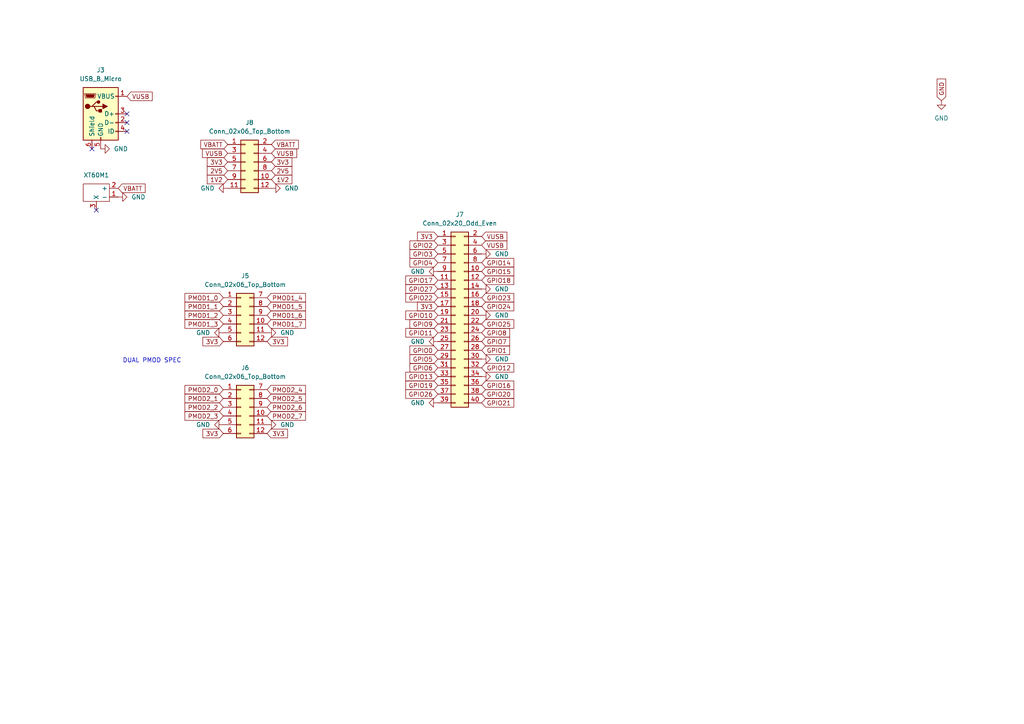
<source format=kicad_sch>
(kicad_sch (version 20230121) (generator eeschema)
  (paper "A4")
  (lib_symbols
    (symbol "Connector:USB_B_Micro" (pin_names (offset 1.016))
      (property "Reference" "J" (at -5.08 11.43 0))
      (property "Value" "USB_B_Micro" (at -5.08 8.89 0))
      (symbol "USB_B_Micro_0_1"
        (rectangle (start -5.08 -7.62) (end 5.08 7.62) (stroke (width 0.254)) (fill (type background)))
        (circle (center -3.81 2.159) (radius 0.635) (stroke (width 0.254)) (fill (type outline)))
        (circle (center -0.635 3.429) (radius 0.381) (stroke (width 0.254)) (fill (type outline)))
        (rectangle (start -0.127 -7.62) (end 0.127 -6.858))
        (polyline (pts (xy -1.905 2.159) (xy 0.635 2.159)) (stroke (width 0.254)))
        (polyline (pts (xy -3.175 2.159) (xy -2.54 2.159) (xy -1.27 3.429) (xy -0.635 3.429)) (stroke (width 0.254)))
        (polyline (pts (xy -2.54 2.159) (xy -1.905 2.159) (xy -1.27 0.889) (xy 0 0.889)) (stroke (width 0.254)))
        (polyline (pts (xy 0.635 2.794) (xy 0.635 1.524) (xy 1.905 2.159) (xy 0.635 2.794)) (stroke (width 0.254)) (fill (type outline)))
        (polyline (pts (xy -4.318 5.588) (xy -1.778 5.588) (xy -2.032 4.826) (xy -4.064 4.826) (xy -4.318 5.588)) (fill (type outline)))
        (polyline (pts (xy -4.699 5.842) (xy -4.699 5.588) (xy -4.445 4.826) (xy -4.445 4.572) (xy -1.651 4.572) (xy -1.651 4.826) (xy -1.397 5.588) (xy -1.397 5.842) (xy -4.699 5.842)))
        (rectangle (start 0.254 1.27) (end -0.508 0.508) (stroke (width 0.254)) (fill (type outline)))
        (rectangle (start 5.08 -5.207) (end 4.318 -4.953))
        (rectangle (start 5.08 -2.667) (end 4.318 -2.413))
        (rectangle (start 5.08 -0.127) (end 4.318 0.127))
        (rectangle (start 5.08 4.953) (end 4.318 5.207))
      )
      (symbol "USB_B_Micro_1_1"
        (pin power_out line (at 7.62 5.08 180) (length 2.54) (name "VBUS") (number "1"))
        (pin bidirectional line (at 7.62 -2.54 180) (length 2.54) (name "D-") (number "2"))
        (pin bidirectional line (at 7.62 0 180) (length 2.54) (name "D+") (number "3"))
        (pin passive line (at 7.62 -5.08 180) (length 2.54) (name "ID") (number "4"))
        (pin power_out line (at 0 -10.16 90) (length 2.54) (name "GND") (number "5"))
        (pin passive line (at -2.54 -10.16 90) (length 2.54) (name "Shield") (number "6"))
      )
    )
    (symbol "Connector_Generic:Conn_02x06_Odd_Even" (pin_names (offset 1.016) hide)
      (property "Reference" "J" (at 1.27 7.62 0))
      (property "Value" "Conn_02x06_Odd_Even" (at 1.27 -10.16 0))
      (symbol "Conn_02x06_Odd_Even_1_1"
        (rectangle (start -1.27 -7.493) (end 0 -7.747) (stroke (width 0.1524)))
        (rectangle (start -1.27 -4.953) (end 0 -5.207) (stroke (width 0.1524)))
        (rectangle (start -1.27 -2.413) (end 0 -2.667) (stroke (width 0.1524)))
        (rectangle (start -1.27 0.127) (end 0 -0.127) (stroke (width 0.1524)))
        (rectangle (start -1.27 2.667) (end 0 2.413) (stroke (width 0.1524)))
        (rectangle (start -1.27 5.207) (end 0 4.953) (stroke (width 0.1524)))
        (rectangle (start -1.27 6.35) (end 3.81 -8.89) (stroke (width 0.254)) (fill (type background)))
        (rectangle (start 3.81 -7.493) (end 2.54 -7.747) (stroke (width 0.1524)))
        (rectangle (start 3.81 -4.953) (end 2.54 -5.207) (stroke (width 0.1524)))
        (rectangle (start 3.81 -2.413) (end 2.54 -2.667) (stroke (width 0.1524)))
        (rectangle (start 3.81 0.127) (end 2.54 -0.127) (stroke (width 0.1524)))
        (rectangle (start 3.81 2.667) (end 2.54 2.413) (stroke (width 0.1524)))
        (rectangle (start 3.81 5.207) (end 2.54 4.953) (stroke (width 0.1524)))
        (pin passive line (at -5.08 5.08 0) (length 3.81) (name "Pin_1") (number "1"))
        (pin passive line (at 7.62 -5.08 180) (length 3.81) (name "Pin_10") (number "10"))
        (pin passive line (at -5.08 -7.62 0) (length 3.81) (name "Pin_11") (number "11"))
        (pin passive line (at 7.62 -7.62 180) (length 3.81) (name "Pin_12") (number "12"))
        (pin passive line (at 7.62 5.08 180) (length 3.81) (name "Pin_2") (number "2"))
        (pin passive line (at -5.08 2.54 0) (length 3.81) (name "Pin_3") (number "3"))
        (pin passive line (at 7.62 2.54 180) (length 3.81) (name "Pin_4") (number "4"))
        (pin passive line (at -5.08 0 0) (length 3.81) (name "Pin_5") (number "5"))
        (pin passive line (at 7.62 0 180) (length 3.81) (name "Pin_6") (number "6"))
        (pin passive line (at -5.08 -2.54 0) (length 3.81) (name "Pin_7") (number "7"))
        (pin passive line (at 7.62 -2.54 180) (length 3.81) (name "Pin_8") (number "8"))
        (pin passive line (at -5.08 -5.08 0) (length 3.81) (name "Pin_9") (number "9"))
      )
    )
    (symbol "Connector_Generic:Conn_02x06_Top_Bottom" (pin_names (offset 1.016) hide)
      (property "Reference" "J" (at 1.27 7.62 0))
      (property "Value" "Conn_02x06_Top_Bottom" (at 1.27 -10.16 0))
      (symbol "Conn_02x06_Top_Bottom_1_1"
        (rectangle (start -1.27 -7.493) (end 0 -7.747) (stroke (width 0.1524)))
        (rectangle (start -1.27 -4.953) (end 0 -5.207) (stroke (width 0.1524)))
        (rectangle (start -1.27 -2.413) (end 0 -2.667) (stroke (width 0.1524)))
        (rectangle (start -1.27 0.127) (end 0 -0.127) (stroke (width 0.1524)))
        (rectangle (start -1.27 2.667) (end 0 2.413) (stroke (width 0.1524)))
        (rectangle (start -1.27 5.207) (end 0 4.953) (stroke (width 0.1524)))
        (rectangle (start -1.27 6.35) (end 3.81 -8.89) (stroke (width 0.254)) (fill (type background)))
        (rectangle (start 3.81 -7.493) (end 2.54 -7.747) (stroke (width 0.1524)))
        (rectangle (start 3.81 -4.953) (end 2.54 -5.207) (stroke (width 0.1524)))
        (rectangle (start 3.81 -2.413) (end 2.54 -2.667) (stroke (width 0.1524)))
        (rectangle (start 3.81 0.127) (end 2.54 -0.127) (stroke (width 0.1524)))
        (rectangle (start 3.81 2.667) (end 2.54 2.413) (stroke (width 0.1524)))
        (rectangle (start 3.81 5.207) (end 2.54 4.953) (stroke (width 0.1524)))
        (pin passive line (at -5.08 5.08 0) (length 3.81) (name "Pin_1") (number "1"))
        (pin passive line (at 7.62 -2.54 180) (length 3.81) (name "Pin_10") (number "10"))
        (pin passive line (at 7.62 -5.08 180) (length 3.81) (name "Pin_11") (number "11"))
        (pin passive line (at 7.62 -7.62 180) (length 3.81) (name "Pin_12") (number "12"))
        (pin passive line (at -5.08 2.54 0) (length 3.81) (name "Pin_2") (number "2"))
        (pin passive line (at -5.08 0 0) (length 3.81) (name "Pin_3") (number "3"))
        (pin passive line (at -5.08 -2.54 0) (length 3.81) (name "Pin_4") (number "4"))
        (pin passive line (at -5.08 -5.08 0) (length 3.81) (name "Pin_5") (number "5"))
        (pin passive line (at -5.08 -7.62 0) (length 3.81) (name "Pin_6") (number "6"))
        (pin passive line (at 7.62 5.08 180) (length 3.81) (name "Pin_7") (number "7"))
        (pin passive line (at 7.62 2.54 180) (length 3.81) (name "Pin_8") (number "8"))
        (pin passive line (at 7.62 0 180) (length 3.81) (name "Pin_9") (number "9"))
      )
    )
    (symbol "Connector_Generic:Conn_02x20_Odd_Even" (pin_names (offset 1.016) hide)
      (property "Reference" "J" (at 1.27 25.4 0))
      (property "Value" "Conn_02x20_Odd_Even" (at 1.27 -27.94 0))
      (symbol "Conn_02x20_Odd_Even_1_1"
        (rectangle (start -1.27 -25.273) (end 0 -25.527) (stroke (width 0.1524)))
        (rectangle (start -1.27 -22.733) (end 0 -22.987) (stroke (width 0.1524)))
        (rectangle (start -1.27 -20.193) (end 0 -20.447) (stroke (width 0.1524)))
        (rectangle (start -1.27 -17.653) (end 0 -17.907) (stroke (width 0.1524)))
        (rectangle (start -1.27 -15.113) (end 0 -15.367) (stroke (width 0.1524)))
        (rectangle (start -1.27 -12.573) (end 0 -12.827) (stroke (width 0.1524)))
        (rectangle (start -1.27 -10.033) (end 0 -10.287) (stroke (width 0.1524)))
        (rectangle (start -1.27 -7.493) (end 0 -7.747) (stroke (width 0.1524)))
        (rectangle (start -1.27 -4.953) (end 0 -5.207) (stroke (width 0.1524)))
        (rectangle (start -1.27 -2.413) (end 0 -2.667) (stroke (width 0.1524)))
        (rectangle (start -1.27 0.127) (end 0 -0.127) (stroke (width 0.1524)))
        (rectangle (start -1.27 2.667) (end 0 2.413) (stroke (width 0.1524)))
        (rectangle (start -1.27 5.207) (end 0 4.953) (stroke (width 0.1524)))
        (rectangle (start -1.27 7.747) (end 0 7.493) (stroke (width 0.1524)))
        (rectangle (start -1.27 10.287) (end 0 10.033) (stroke (width 0.1524)))
        (rectangle (start -1.27 12.827) (end 0 12.573) (stroke (width 0.1524)))
        (rectangle (start -1.27 15.367) (end 0 15.113) (stroke (width 0.1524)))
        (rectangle (start -1.27 17.907) (end 0 17.653) (stroke (width 0.1524)))
        (rectangle (start -1.27 20.447) (end 0 20.193) (stroke (width 0.1524)))
        (rectangle (start -1.27 22.987) (end 0 22.733) (stroke (width 0.1524)))
        (rectangle (start -1.27 24.13) (end 3.81 -26.67) (stroke (width 0.254)) (fill (type background)))
        (rectangle (start 3.81 -25.273) (end 2.54 -25.527) (stroke (width 0.1524)))
        (rectangle (start 3.81 -22.733) (end 2.54 -22.987) (stroke (width 0.1524)))
        (rectangle (start 3.81 -20.193) (end 2.54 -20.447) (stroke (width 0.1524)))
        (rectangle (start 3.81 -17.653) (end 2.54 -17.907) (stroke (width 0.1524)))
        (rectangle (start 3.81 -15.113) (end 2.54 -15.367) (stroke (width 0.1524)))
        (rectangle (start 3.81 -12.573) (end 2.54 -12.827) (stroke (width 0.1524)))
        (rectangle (start 3.81 -10.033) (end 2.54 -10.287) (stroke (width 0.1524)))
        (rectangle (start 3.81 -7.493) (end 2.54 -7.747) (stroke (width 0.1524)))
        (rectangle (start 3.81 -4.953) (end 2.54 -5.207) (stroke (width 0.1524)))
        (rectangle (start 3.81 -2.413) (end 2.54 -2.667) (stroke (width 0.1524)))
        (rectangle (start 3.81 0.127) (end 2.54 -0.127) (stroke (width 0.1524)))
        (rectangle (start 3.81 2.667) (end 2.54 2.413) (stroke (width 0.1524)))
        (rectangle (start 3.81 5.207) (end 2.54 4.953) (stroke (width 0.1524)))
        (rectangle (start 3.81 7.747) (end 2.54 7.493) (stroke (width 0.1524)))
        (rectangle (start 3.81 10.287) (end 2.54 10.033) (stroke (width 0.1524)))
        (rectangle (start 3.81 12.827) (end 2.54 12.573) (stroke (width 0.1524)))
        (rectangle (start 3.81 15.367) (end 2.54 15.113) (stroke (width 0.1524)))
        (rectangle (start 3.81 17.907) (end 2.54 17.653) (stroke (width 0.1524)))
        (rectangle (start 3.81 20.447) (end 2.54 20.193) (stroke (width 0.1524)))
        (rectangle (start 3.81 22.987) (end 2.54 22.733) (stroke (width 0.1524)))
        (pin passive line (at -5.08 22.86 0) (length 3.81) (name "Pin_1") (number "1"))
        (pin passive line (at 7.62 12.7 180) (length 3.81) (name "Pin_10") (number "10"))
        (pin passive line (at -5.08 10.16 0) (length 3.81) (name "Pin_11") (number "11"))
        (pin passive line (at 7.62 10.16 180) (length 3.81) (name "Pin_12") (number "12"))
        (pin passive line (at -5.08 7.62 0) (length 3.81) (name "Pin_13") (number "13"))
        (pin passive line (at 7.62 7.62 180) (length 3.81) (name "Pin_14") (number "14"))
        (pin passive line (at -5.08 5.08 0) (length 3.81) (name "Pin_15") (number "15"))
        (pin passive line (at 7.62 5.08 180) (length 3.81) (name "Pin_16") (number "16"))
        (pin passive line (at -5.08 2.54 0) (length 3.81) (name "Pin_17") (number "17"))
        (pin passive line (at 7.62 2.54 180) (length 3.81) (name "Pin_18") (number "18"))
        (pin passive line (at -5.08 0 0) (length 3.81) (name "Pin_19") (number "19"))
        (pin passive line (at 7.62 22.86 180) (length 3.81) (name "Pin_2") (number "2"))
        (pin passive line (at 7.62 0 180) (length 3.81) (name "Pin_20") (number "20"))
        (pin passive line (at -5.08 -2.54 0) (length 3.81) (name "Pin_21") (number "21"))
        (pin passive line (at 7.62 -2.54 180) (length 3.81) (name "Pin_22") (number "22"))
        (pin passive line (at -5.08 -5.08 0) (length 3.81) (name "Pin_23") (number "23"))
        (pin passive line (at 7.62 -5.08 180) (length 3.81) (name "Pin_24") (number "24"))
        (pin passive line (at -5.08 -7.62 0) (length 3.81) (name "Pin_25") (number "25"))
        (pin passive line (at 7.62 -7.62 180) (length 3.81) (name "Pin_26") (number "26"))
        (pin passive line (at -5.08 -10.16 0) (length 3.81) (name "Pin_27") (number "27"))
        (pin passive line (at 7.62 -10.16 180) (length 3.81) (name "Pin_28") (number "28"))
        (pin passive line (at -5.08 -12.7 0) (length 3.81) (name "Pin_29") (number "29"))
        (pin passive line (at -5.08 20.32 0) (length 3.81) (name "Pin_3") (number "3"))
        (pin passive line (at 7.62 -12.7 180) (length 3.81) (name "Pin_30") (number "30"))
        (pin passive line (at -5.08 -15.24 0) (length 3.81) (name "Pin_31") (number "31"))
        (pin passive line (at 7.62 -15.24 180) (length 3.81) (name "Pin_32") (number "32"))
        (pin passive line (at -5.08 -17.78 0) (length 3.81) (name "Pin_33") (number "33"))
        (pin passive line (at 7.62 -17.78 180) (length 3.81) (name "Pin_34") (number "34"))
        (pin passive line (at -5.08 -20.32 0) (length 3.81) (name "Pin_35") (number "35"))
        (pin passive line (at 7.62 -20.32 180) (length 3.81) (name "Pin_36") (number "36"))
        (pin passive line (at -5.08 -22.86 0) (length 3.81) (name "Pin_37") (number "37"))
        (pin passive line (at 7.62 -22.86 180) (length 3.81) (name "Pin_38") (number "38"))
        (pin passive line (at -5.08 -25.4 0) (length 3.81) (name "Pin_39") (number "39"))
        (pin passive line (at 7.62 20.32 180) (length 3.81) (name "Pin_4") (number "4"))
        (pin passive line (at 7.62 -25.4 180) (length 3.81) (name "Pin_40") (number "40"))
        (pin passive line (at -5.08 17.78 0) (length 3.81) (name "Pin_5") (number "5"))
        (pin passive line (at 7.62 17.78 180) (length 3.81) (name "Pin_6") (number "6"))
        (pin passive line (at -5.08 15.24 0) (length 3.81) (name "Pin_7") (number "7"))
        (pin passive line (at 7.62 15.24 180) (length 3.81) (name "Pin_8") (number "8"))
        (pin passive line (at -5.08 12.7 0) (length 3.81) (name "Pin_9") (number "9"))
      )
    )
    (symbol "PMB:XT60M"
      (property "Reference" "XT60M1" (at 0 5.08 0))
      (symbol "XT60M_0_1"
        (rectangle (start -3.81 2.54) (end 3.81 -2.54))
      )
      (symbol "XT60M_1_1"
        (pin power_out line (at 6.35 -1.27 180) (length 2.54) (name "-") (number "1"))
        (pin power_out line (at 6.35 1.27 180) (length 2.54) (name "+") (number "2"))
        (pin power_out line (at 0 -5.08 90) (length 2.54) (name "X") (number "3"))
      )
    )
    (symbol "power:GND" (power) (pin_names (offset 0))
      (property "Value" "GND" (at 0 -3.81 0))
      (symbol "GND_0_1"
        (polyline (pts (xy 0 0) (xy 0 -1.27) (xy 1.27 -1.27) (xy 0 -2.54) (xy -1.27 -1.27) (xy 0 -1.27)))
      )
      (symbol "GND_1_1"
        (pin power_in line (at 0 0 270) (length 0) hide (name "GND") (number "1"))
      )
    )
  )
  (no_connect (at 26.67 43.18))
  (no_connect (at 36.83 38.1))
  (no_connect (at 27.94 60.96))
  (no_connect (at 36.83 35.56))
  (no_connect (at 36.83 33.02))
  (text "DUAL PMOD SPEC" (at 35.56 105.41 0) (effects (font (size 1.27 1.27)) (justify left bottom)))
  (global_label "PMOD2_1" (shape input) (at 64.77 115.57 180) (property "Intersheetrefs" "${INTERSHEET_REFS}" (effects hide)))
  (global_label "GPIO19" (shape input) (at 127 111.76 180) (property "Intersheetrefs" "${INTERSHEET_REFS}" (effects hide)))
  (global_label "GPIO6" (shape input) (at 127 106.68 180) (property "Intersheetrefs" "${INTERSHEET_REFS}" (effects hide)))
  (global_label "PMOD2_3" (shape input) (at 64.77 120.65 180) (property "Intersheetrefs" "${INTERSHEET_REFS}" (effects hide)))
  (global_label "GND" (shape input) (at 273.05 29.21 90) (property "Intersheetrefs" "${INTERSHEET_REFS}" (effects hide)))
  (global_label "PMOD1_6" (shape input) (at 77.47 91.44 0) (property "Intersheetrefs" "${INTERSHEET_REFS}" (effects hide)))
  (global_label "VUSB" (shape input) (at 139.7 68.58 0) (property "Intersheetrefs" "${INTERSHEET_REFS}" (effects hide)))
  (global_label "GPIO11" (shape input) (at 127 96.52 180) (property "Intersheetrefs" "${INTERSHEET_REFS}" (effects hide)))
  (global_label "GPIO17" (shape input) (at 127 81.28 180) (property "Intersheetrefs" "${INTERSHEET_REFS}" (effects hide)))
  (global_label "GPIO22" (shape input) (at 127 86.36 180) (property "Intersheetrefs" "${INTERSHEET_REFS}" (effects hide)))
  (global_label "3V3" (shape input) (at 127 68.58 180) (property "Intersheetrefs" "${INTERSHEET_REFS}" (effects hide)))
  (global_label "PMOD2_0" (shape input) (at 64.77 113.03 180) (property "Intersheetrefs" "${INTERSHEET_REFS}" (effects hide)))
  (global_label "PMOD2_2" (shape input) (at 64.77 118.11 180) (property "Intersheetrefs" "${INTERSHEET_REFS}" (effects hide)))
  (global_label "GPIO8" (shape input) (at 139.7 96.52 0) (property "Intersheetrefs" "${INTERSHEET_REFS}" (effects hide)))
  (global_label "GPIO20" (shape input) (at 139.7 114.3 0) (property "Intersheetrefs" "${INTERSHEET_REFS}" (effects hide)))
  (global_label "GPIO1" (shape input) (at 139.7 101.6 0) (property "Intersheetrefs" "${INTERSHEET_REFS}" (effects hide)))
  (global_label "VUSB" (shape input) (at 36.83 27.94 0) (property "Intersheetrefs" "${INTERSHEET_REFS}" (effects hide)))
  (global_label "VBATT" (shape input) (at 34.29 54.61 0) (property "Intersheetrefs" "${INTERSHEET_REFS}" (effects hide)))
  (global_label "GPIO9" (shape input) (at 127 93.98 180) (property "Intersheetrefs" "${INTERSHEET_REFS}" (effects hide)))
  (global_label "VBATT" (shape input) (at 78.74 41.91 0) (property "Intersheetrefs" "${INTERSHEET_REFS}" (effects hide)))
  (global_label "GPIO2" (shape input) (at 127 71.12 180) (property "Intersheetrefs" "${INTERSHEET_REFS}" (effects hide)))
  (global_label "GPIO4" (shape input) (at 127 76.2 180) (property "Intersheetrefs" "${INTERSHEET_REFS}" (effects hide)))
  (global_label "PMOD1_5" (shape input) (at 77.47 88.9 0) (property "Intersheetrefs" "${INTERSHEET_REFS}" (effects hide)))
  (global_label "GPIO10" (shape input) (at 127 91.44 180) (property "Intersheetrefs" "${INTERSHEET_REFS}" (effects hide)))
  (global_label "PMOD1_1" (shape input) (at 64.77 88.9 180) (property "Intersheetrefs" "${INTERSHEET_REFS}" (effects hide)))
  (global_label "PMOD2_4" (shape input) (at 77.47 113.03 0) (property "Intersheetrefs" "${INTERSHEET_REFS}" (effects hide)))
  (global_label "VBATT" (shape input) (at 66.04 41.91 180) (property "Intersheetrefs" "${INTERSHEET_REFS}" (effects hide)))
  (global_label "VUSB" (shape input) (at 139.7 71.12 0) (property "Intersheetrefs" "${INTERSHEET_REFS}" (effects hide)))
  (global_label "PMOD2_7" (shape input) (at 77.47 120.65 0) (property "Intersheetrefs" "${INTERSHEET_REFS}" (effects hide)))
  (global_label "2V5" (shape input) (at 66.04 49.53 180) (property "Intersheetrefs" "${INTERSHEET_REFS}" (effects hide)))
  (global_label "GPIO23" (shape input) (at 139.7 86.36 0) (property "Intersheetrefs" "${INTERSHEET_REFS}" (effects hide)))
  (global_label "GPIO5" (shape input) (at 127 104.14 180) (property "Intersheetrefs" "${INTERSHEET_REFS}" (effects hide)))
  (global_label "PMOD2_6" (shape input) (at 77.47 118.11 0) (property "Intersheetrefs" "${INTERSHEET_REFS}" (effects hide)))
  (global_label "3V3" (shape input) (at 64.77 125.73 180) (property "Intersheetrefs" "${INTERSHEET_REFS}" (effects hide)))
  (global_label "PMOD1_2" (shape input) (at 64.77 91.44 180) (property "Intersheetrefs" "${INTERSHEET_REFS}" (effects hide)))
  (global_label "3V3" (shape input) (at 78.74 46.99 0) (property "Intersheetrefs" "${INTERSHEET_REFS}" (effects hide)))
  (global_label "2V5" (shape input) (at 78.74 49.53 0) (property "Intersheetrefs" "${INTERSHEET_REFS}" (effects hide)))
  (global_label "GPIO12" (shape input) (at 139.7 106.68 0) (property "Intersheetrefs" "${INTERSHEET_REFS}" (effects hide)))
  (global_label "PMOD1_0" (shape input) (at 64.77 86.36 180) (property "Intersheetrefs" "${INTERSHEET_REFS}" (effects hide)))
  (global_label "GPIO15" (shape input) (at 139.7 78.74 0) (property "Intersheetrefs" "${INTERSHEET_REFS}" (effects hide)))
  (global_label "VUSB" (shape input) (at 66.04 44.45 180) (property "Intersheetrefs" "${INTERSHEET_REFS}" (effects hide)))
  (global_label "3V3" (shape input) (at 127 88.9 180) (property "Intersheetrefs" "${INTERSHEET_REFS}" (effects hide)))
  (global_label "GPIO7" (shape input) (at 139.7 99.06 0) (property "Intersheetrefs" "${INTERSHEET_REFS}" (effects hide)))
  (global_label "PMOD1_4" (shape input) (at 77.47 86.36 0) (property "Intersheetrefs" "${INTERSHEET_REFS}" (effects hide)))
  (global_label "PMOD2_5" (shape input) (at 77.47 115.57 0) (property "Intersheetrefs" "${INTERSHEET_REFS}" (effects hide)))
  (global_label "GPIO26" (shape input) (at 127 114.3 180) (property "Intersheetrefs" "${INTERSHEET_REFS}" (effects hide)))
  (global_label "GPIO27" (shape input) (at 127 83.82 180) (property "Intersheetrefs" "${INTERSHEET_REFS}" (effects hide)))
  (global_label "GPIO24" (shape input) (at 139.7 88.9 0) (property "Intersheetrefs" "${INTERSHEET_REFS}" (effects hide)))
  (global_label "3V3" (shape input) (at 77.47 99.06 0) (property "Intersheetrefs" "${INTERSHEET_REFS}" (effects hide)))
  (global_label "GPIO14" (shape input) (at 139.7 76.2 0) (property "Intersheetrefs" "${INTERSHEET_REFS}" (effects hide)))
  (global_label "GPIO13" (shape input) (at 127 109.22 180) (property "Intersheetrefs" "${INTERSHEET_REFS}" (effects hide)))
  (global_label "GPIO25" (shape input) (at 139.7 93.98 0) (property "Intersheetrefs" "${INTERSHEET_REFS}" (effects hide)))
  (global_label "GPIO21" (shape input) (at 139.7 116.84 0) (property "Intersheetrefs" "${INTERSHEET_REFS}" (effects hide)))
  (global_label "1V2" (shape input) (at 78.74 52.07 0) (property "Intersheetrefs" "${INTERSHEET_REFS}" (effects hide)))
  (global_label "3V3" (shape input) (at 77.47 125.73 0) (property "Intersheetrefs" "${INTERSHEET_REFS}" (effects hide)))
  (global_label "GPIO18" (shape input) (at 139.7 81.28 0) (property "Intersheetrefs" "${INTERSHEET_REFS}" (effects hide)))
  (global_label "GPIO3" (shape input) (at 127 73.66 180) (property "Intersheetrefs" "${INTERSHEET_REFS}" (effects hide)))
  (global_label "GPIO0" (shape input) (at 127 101.6 180) (property "Intersheetrefs" "${INTERSHEET_REFS}" (effects hide)))
  (global_label "1V2" (shape input) (at 66.04 52.07 180) (property "Intersheetrefs" "${INTERSHEET_REFS}" (effects hide)))
  (global_label "VUSB" (shape input) (at 78.74 44.45 0) (property "Intersheetrefs" "${INTERSHEET_REFS}" (effects hide)))
  (global_label "3V3" (shape input) (at 64.77 99.06 180) (property "Intersheetrefs" "${INTERSHEET_REFS}" (effects hide)))
  (global_label "GPIO16" (shape input) (at 139.7 111.76 0) (property "Intersheetrefs" "${INTERSHEET_REFS}" (effects hide)))
  (global_label "PMOD1_7" (shape input) (at 77.47 93.98 0) (property "Intersheetrefs" "${INTERSHEET_REFS}" (effects hide)))
  (global_label "3V3" (shape input) (at 66.04 46.99 180) (property "Intersheetrefs" "${INTERSHEET_REFS}" (effects hide)))
  (global_label "PMOD1_3" (shape input) (at 64.77 93.98 180) (property "Intersheetrefs" "${INTERSHEET_REFS}" (effects hide)))
  (symbol (lib_id "power:GND") (at 139.7 104.14 90) (unit 1)
    (property "Reference" "#PWR016" (effects hide))
    (property "Value" "GND" (at 143.51 104.14 90) (effects (justify right)))
    (instances (project "fpga" (path "" (reference "#PWR016") (unit 1)) (path "" (reference "#PWR026") (unit 1)) (path "" (reference "#PWR036") (unit 1)) (path "" (reference "#PWR042") (unit 1)) (path "" (reference "#PWR0128") (unit 1))))
  )
  (symbol (lib_id "power:GND") (at 127 99.06 270) (unit 1)
    (property "Reference" "#PWR016" (effects hide))
    (property "Value" "GND" (at 123.19 99.06 90) (effects (justify right)))
    (instances (project "fpga" (path "" (reference "#PWR016") (unit 1)) (path "" (reference "#PWR026") (unit 1)) (path "" (reference "#PWR036") (unit 1)) (path "" (reference "#PWR042") (unit 1)) (path "" (reference "#PWR0133") (unit 1))))
  )
  (symbol (lib_id "power:GND") (at 29.21 43.18 90) (unit 1)
    (property "Reference" "#PWR016" (effects hide))
    (property "Value" "GND" (at 33.02 43.18 90) (effects (justify right)))
    (instances (project "fpga" (path "" (reference "#PWR016") (unit 1)) (path "" (reference "#PWR026") (unit 1)) (path "" (reference "#PWR036") (unit 1)) (path "" (reference "#PWR088") (unit 1)) (path "" (reference "#PWR087") (unit 1))))
  )
  (symbol (lib_id "power:GND") (at 64.77 96.52 270) (unit 1)
    (property "Reference" "#PWR016" (effects hide))
    (property "Value" "GND" (at 60.96 96.52 90) (effects (justify right)))
    (instances (project "fpga" (path "" (reference "#PWR016") (unit 1)) (path "" (reference "#PWR026") (unit 1)) (path "" (reference "#PWR036") (unit 1)) (path "" (reference "#PWR042") (unit 1)) (path "" (reference "#PWR0121") (unit 1))))
  )
  (symbol (lib_id "power:GND") (at 77.47 123.19 90) (unit 1)
    (property "Reference" "#PWR016" (effects hide))
    (property "Value" "GND" (at 81.28 123.19 90) (effects (justify right)))
    (instances (project "fpga" (path "" (reference "#PWR016") (unit 1)) (path "" (reference "#PWR026") (unit 1)) (path "" (reference "#PWR036") (unit 1)) (path "" (reference "#PWR042") (unit 1)) (path "" (reference "#PWR0123") (unit 1))))
  )
  (symbol (lib_id "Connector_Generic:Conn_02x06_Top_Bottom") (at 69.85 118.11 0) (unit 1)
    (property "Reference" "J6" (at 71.12 106.68 0))
    (property "Value" "Conn_02x06_Top_Bottom" (at 71.12 109.22 0))
    (property "Footprint" "Connector_PinSocket_2.54mm:PinSocket_2x06_P2.54mm_Horizontal" (effects hide))
    (property "Datasheet" "https://www.digikey.com/en/products/detail/sullins-connector-solutions/PPTC062LJBN-RC/775978" (effects hide))
  )
  (symbol (lib_id "power:GND") (at 66.04 54.61 270) (unit 1)
    (property "Reference" "#PWR016" (effects hide))
    (property "Value" "GND" (at 62.23 54.61 90) (effects (justify right)))
    (instances (project "fpga" (path "" (reference "#PWR016") (unit 1)) (path "" (reference "#PWR026") (unit 1)) (path "" (reference "#PWR036") (unit 1)) (path "" (reference "#PWR042") (unit 1)) (path "" (reference "#PWR0131") (unit 1))))
  )
  (symbol (lib_id "power:GND") (at 127 78.74 270) (unit 1)
    (property "Reference" "#PWR016" (effects hide))
    (property "Value" "GND" (at 123.19 78.74 90) (effects (justify right)))
    (instances (project "fpga" (path "" (reference "#PWR016") (unit 1)) (path "" (reference "#PWR026") (unit 1)) (path "" (reference "#PWR036") (unit 1)) (path "" (reference "#PWR042") (unit 1)) (path "" (reference "#PWR0132") (unit 1))))
  )
  (symbol (lib_id "power:GND") (at 127 116.84 270) (unit 1)
    (property "Reference" "#PWR016" (effects hide))
    (property "Value" "GND" (at 123.19 116.84 90) (effects (justify right)))
    (instances (project "fpga" (path "" (reference "#PWR016") (unit 1)) (path "" (reference "#PWR026") (unit 1)) (path "" (reference "#PWR036") (unit 1)) (path "" (reference "#PWR042") (unit 1)) (path "" (reference "#PWR0134") (unit 1))))
  )
  (symbol (lib_id "power:GND") (at 64.77 123.19 270) (unit 1)
    (property "Reference" "#PWR016" (effects hide))
    (property "Value" "GND" (at 60.96 123.19 90) (effects (justify right)))
    (instances (project "fpga" (path "" (reference "#PWR016") (unit 1)) (path "" (reference "#PWR026") (unit 1)) (path "" (reference "#PWR036") (unit 1)) (path "" (reference "#PWR042") (unit 1)) (path "" (reference "#PWR0122") (unit 1))))
  )
  (symbol (lib_id "Connector:USB_B_Micro") (at 29.21 33.02 0) (unit 1)
    (property "Reference" "J3" (at 29.21 20.32 0))
    (property "Value" "USB_B_Micro" (at 29.21 22.86 0))
    (property "Footprint" "Connector_USB:USB_Micro-B_Amphenol_10118193-0001LF_Horizontal" (effects hide))
    (property "Datasheet" "https://cdn.amphenol-cs.com/media/wysiwyg/files/documentation/datasheet/inputoutput/io_usb_micro.pdf" (effects hide))
    (property "Digi" "https://www.digikey.com/en/products/detail/amphenol-cs-fci/10118193-0001LF/2785388" (effects hide))
    (instances (project "fpga" (path "" (reference "J3") (unit 1)) (path "" (reference "J3") (unit 1))) (project "programmer" (path "" (reference "J1") (unit 1))))
  )
  (symbol (lib_id "power:GND") (at 273.05 29.21 0) (unit 1)
    (property "Reference" "#PWR016" (effects hide))
    (property "Value" "GND" (at 273.05 34.29 0))
    (instances (project "fpga" (path "" (reference "#PWR016") (unit 1)) (path "" (reference "#PWR026") (unit 1)) (path "" (reference "#PWR036") (unit 1)) (path "" (reference "#PWR042") (unit 1)) (path "" (reference "#PWR0114") (unit 1))))
  )
  (symbol (lib_id "power:GND") (at 77.47 96.52 90) (unit 1)
    (property "Reference" "#PWR016" (effects hide))
    (property "Value" "GND" (at 81.28 96.52 90) (effects (justify right)))
    (instances (project "fpga" (path "" (reference "#PWR016") (unit 1)) (path "" (reference "#PWR026") (unit 1)) (path "" (reference "#PWR036") (unit 1)) (path "" (reference "#PWR042") (unit 1)) (path "" (reference "#PWR0120") (unit 1))))
  )
  (symbol (lib_id "power:GND") (at 139.7 73.66 90) (unit 1)
    (property "Reference" "#PWR016" (effects hide))
    (property "Value" "GND" (at 143.51 73.66 90) (effects (justify right)))
    (instances (project "fpga" (path "" (reference "#PWR016") (unit 1)) (path "" (reference "#PWR026") (unit 1)) (path "" (reference "#PWR036") (unit 1)) (path "" (reference "#PWR042") (unit 1)) (path "" (reference "#PWR0125") (unit 1))))
  )
  (symbol (lib_id "PMB:XT60M") (at 27.94 55.88 0) (unit 1)
    (property "Reference" "XT60M1" (at 27.94 50.8 0))
    (property "Value" "XT60M" (effects hide))
    (property "Footprint" "Connector_AMASS:AMASS_XT60IPW-M_1x03_P7.20mm_Horizontal" (effects hide))
    (property "Datasheet" "From DBF" (effects hide))
  )
  (symbol (lib_id "power:GND") (at 139.7 109.22 90) (unit 1)
    (property "Reference" "#PWR016" (effects hide))
    (property "Value" "GND" (at 143.51 109.22 90) (effects (justify right)))
    (instances (project "fpga" (path "" (reference "#PWR016") (unit 1)) (path "" (reference "#PWR026") (unit 1)) (path "" (reference "#PWR036") (unit 1)) (path "" (reference "#PWR042") (unit 1)) (path "" (reference "#PWR0129") (unit 1))))
  )
  (symbol (lib_id "Connector_Generic:Conn_02x06_Top_Bottom") (at 69.85 91.44 0) (unit 1)
    (property "Reference" "J5" (at 71.12 80.01 0))
    (property "Value" "Conn_02x06_Top_Bottom" (at 71.12 82.55 0))
    (property "Footprint" "Connector_PinSocket_2.54mm:PinSocket_2x06_P2.54mm_Horizontal" (effects hide))
    (property "Datasheet" "https://www.digikey.com/en/products/detail/sullins-connector-solutions/PPTC062LJBN-RC/775978" (effects hide))
  )
  (symbol (lib_id "power:GND") (at 34.29 57.15 90) (unit 1)
    (property "Reference" "#PWR016" (effects hide))
    (property "Value" "GND" (at 38.1 57.15 90) (effects (justify right)))
    (instances (project "fpga" (path "" (reference "#PWR016") (unit 1)) (path "" (reference "#PWR026") (unit 1)) (path "" (reference "#PWR036") (unit 1)) (path "" (reference "#PWR087") (unit 1)) (path "" (reference "#PWR088") (unit 1))))
  )
  (symbol (lib_id "power:GND") (at 139.7 91.44 90) (unit 1)
    (property "Reference" "#PWR016" (effects hide))
    (property "Value" "GND" (at 143.51 91.44 90) (effects (justify right)))
    (instances (project "fpga" (path "" (reference "#PWR016") (unit 1)) (path "" (reference "#PWR026") (unit 1)) (path "" (reference "#PWR036") (unit 1)) (path "" (reference "#PWR042") (unit 1)) (path "" (reference "#PWR0127") (unit 1))))
  )
  (symbol (lib_id "power:GND") (at 139.7 83.82 90) (unit 1)
    (property "Reference" "#PWR016" (effects hide))
    (property "Value" "GND" (at 143.51 83.82 90) (effects (justify right)))
    (instances (project "fpga" (path "" (reference "#PWR016") (unit 1)) (path "" (reference "#PWR026") (unit 1)) (path "" (reference "#PWR036") (unit 1)) (path "" (reference "#PWR042") (unit 1)) (path "" (reference "#PWR0126") (unit 1))))
  )
  (symbol (lib_id "Connector_Generic:Conn_02x06_Odd_Even") (at 71.12 46.99 0) (unit 1)
    (property "Reference" "J8" (at 72.39 35.56 0))
    (property "Value" "Conn_02x06_Top_Bottom" (at 72.39 38.1 0))
    (property "Footprint" "Connector_PinSocket_2.54mm:PinSocket_2x06_P2.54mm_Vertical" (effects hide))
  )
  (symbol (lib_id "power:GND") (at 78.74 54.61 90) (unit 1)
    (property "Reference" "#PWR016" (effects hide))
    (property "Value" "GND" (at 82.55 54.61 90) (effects (justify right)))
    (instances (project "fpga" (path "" (reference "#PWR016") (unit 1)) (path "" (reference "#PWR026") (unit 1)) (path "" (reference "#PWR036") (unit 1)) (path "" (reference "#PWR042") (unit 1)) (path "" (reference "#PWR0130") (unit 1))))
  )
  (symbol (lib_id "Connector_Generic:Conn_02x20_Odd_Even") (at 132.08 91.44 0) (unit 1)
    (property "Reference" "J7" (at 133.35 62.23 0))
    (property "Value" "Conn_02x20_Odd_Even" (at 133.35 64.77 0))
    (property "Footprint" "Connector_PinSocket_2.54mm:PinSocket_2x20_P2.54mm_Vertical" (effects hide))
    (property "Datasheet" "https://www.digikey.com/en/products/detail/samtec-inc/SSW-120-01-T-D-LL/7881599" (effects hide))
  )
)
</source>
